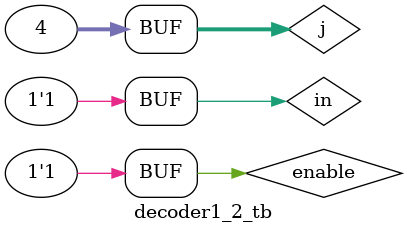
<source format=sv>
`timescale 1ns/1ns
module decoder1_2(in, enable, out);
	input logic in, enable;
	output logic [1:0] out;
	logic notin;
	
	not #50 n0(notin, in);
	and #50 a0(out[0], notin, enable);
	and #50 a1(out[1], in, enable);
	
endmodule

module decoder1_2_tb();
	logic in, enable;
	logic [1:0] out;
	
	decoder1_2 dut(.*);
	
		integer j;
	initial begin
		for(j=0; j<4; j++) begin
			{enable, in} = j;
			#10;
		end
	end
endmodule
	
	
	
</source>
